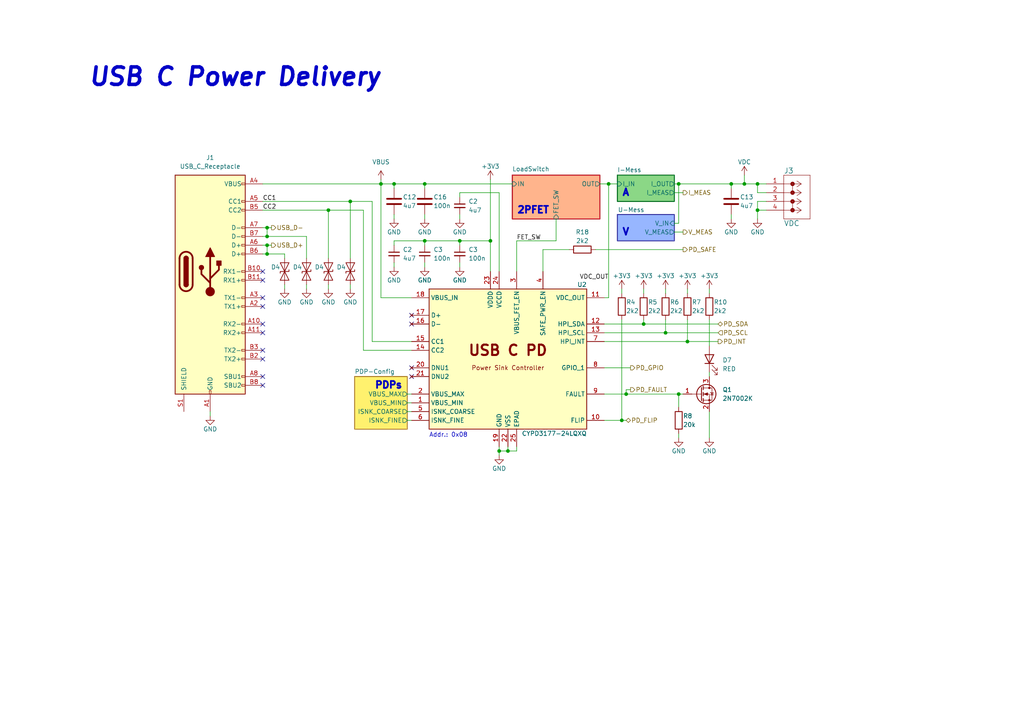
<source format=kicad_sch>
(kicad_sch (version 20230121) (generator eeschema)
  (paper "A4")
  (title_block (title "USBC-PowerSwitcher") (date "2023-08-26") (rev "R0") (company "s-grundner"))
  (lib_symbols
    (symbol "Connector:USB_C_Receptacle" (pin_names (offset 1.016))
      (property "Reference" "J" (at -10.16 29.21 0))
      (property "Value" "USB_C_Receptacle" (at 10.16 29.21 0))
      (symbol "USB_C_Receptacle_0_0"
        (rectangle (start -0.254 -35.56) (end 0.254 -34.544))
        (rectangle (start 10.16 -32.766) (end 9.144 -33.274))
        (rectangle (start 10.16 -30.226) (end 9.144 -30.734))
        (rectangle (start 10.16 -25.146) (end 9.144 -25.654))
        (rectangle (start 10.16 -22.606) (end 9.144 -23.114))
        (rectangle (start 10.16 -17.526) (end 9.144 -18.034))
        (rectangle (start 10.16 -14.986) (end 9.144 -15.494))
        (rectangle (start 10.16 -9.906) (end 9.144 -10.414))
        (rectangle (start 10.16 -7.366) (end 9.144 -7.874))
        (rectangle (start 10.16 -2.286) (end 9.144 -2.794))
        (rectangle (start 10.16 0.254) (end 9.144 -0.254))
        (rectangle (start 10.16 5.334) (end 9.144 4.826))
        (rectangle (start 10.16 7.874) (end 9.144 7.366))
        (rectangle (start 10.16 10.414) (end 9.144 9.906))
        (rectangle (start 10.16 12.954) (end 9.144 12.446))
        (rectangle (start 10.16 18.034) (end 9.144 17.526))
        (rectangle (start 10.16 20.574) (end 9.144 20.066))
        (rectangle (start 10.16 25.654) (end 9.144 25.146))
      )
      (symbol "USB_C_Receptacle_0_1"
        (rectangle (start -10.16 27.94) (end 10.16 -35.56) (stroke (width 0.254)) (fill (type background)))
        (arc (start -8.89 -3.81) (mid -6.985 -5.7067) (end -5.08 -3.81) (stroke (width 0.508)))
        (arc (start -7.62 -3.81) (mid -6.985 -4.4423) (end -6.35 -3.81) (stroke (width 0.254)))
        (arc (start -7.62 -3.81) (mid -6.985 -4.4423) (end -6.35 -3.81) (stroke (width 0.254)) (fill (type outline)))
        (rectangle (start -7.62 -3.81) (end -6.35 3.81) (stroke (width 0.254)) (fill (type outline)))
        (arc (start -6.35 3.81) (mid -6.985 4.4423) (end -7.62 3.81) (stroke (width 0.254)))
        (arc (start -6.35 3.81) (mid -6.985 4.4423) (end -7.62 3.81) (stroke (width 0.254)) (fill (type outline)))
        (arc (start -5.08 3.81) (mid -6.985 5.7067) (end -8.89 3.81) (stroke (width 0.508)))
        (polyline (pts (xy -8.89 -3.81) (xy -8.89 3.81)) (stroke (width 0.508)))
        (polyline (pts (xy -5.08 3.81) (xy -5.08 -3.81)) (stroke (width 0.508)))
      )
      (symbol "USB_C_Receptacle_1_1"
        (circle (center -2.54 1.143) (radius 0.635) (stroke (width 0.254)) (fill (type outline)))
        (circle (center 0 -5.842) (radius 1.27) (fill (type outline)))
        (polyline (pts (xy 0 -5.842) (xy 0 4.318)) (stroke (width 0.508)))
        (polyline (pts (xy 0 -3.302) (xy -2.54 -0.762) (xy -2.54 0.508)) (stroke (width 0.508)))
        (polyline (pts (xy 0 -2.032) (xy 2.54 0.508) (xy 2.54 1.778)) (stroke (width 0.508)))
        (polyline (pts (xy -1.27 4.318) (xy 0 6.858) (xy 1.27 4.318) (xy -1.27 4.318)) (stroke (width 0.254)) (fill (type outline)))
        (rectangle (start 1.905 1.778) (end 3.175 3.048) (stroke (width 0.254)) (fill (type outline)))
        (pin passive line (at 0 -40.64 90) (length 5.08) (name "GND") (number "A1"))
        (pin bidirectional line (at 15.24 -15.24 180) (length 5.08) (name "RX2-") (number "A10"))
        (pin bidirectional line (at 15.24 -17.78 180) (length 5.08) (name "RX2+") (number "A11"))
        (pin passive line (at 0 -40.64 90) (length 5.08) hide (name "GND") (number "A12"))
        (pin bidirectional line (at 15.24 -10.16 180) (length 5.08) (name "TX1+") (number "A2"))
        (pin bidirectional line (at 15.24 -7.62 180) (length 5.08) (name "TX1-") (number "A3"))
        (pin passive line (at 15.24 25.4 180) (length 5.08) (name "VBUS") (number "A4"))
        (pin bidirectional line (at 15.24 20.32 180) (length 5.08) (name "CC1") (number "A5"))
        (pin bidirectional line (at 15.24 7.62 180) (length 5.08) (name "D+") (number "A6"))
        (pin bidirectional line (at 15.24 12.7 180) (length 5.08) (name "D-") (number "A7"))
        (pin bidirectional line (at 15.24 -30.48 180) (length 5.08) (name "SBU1") (number "A8"))
        (pin passive line (at 15.24 25.4 180) (length 5.08) hide (name "VBUS") (number "A9"))
        (pin passive line (at 0 -40.64 90) (length 5.08) hide (name "GND") (number "B1"))
        (pin bidirectional line (at 15.24 0 180) (length 5.08) (name "RX1-") (number "B10"))
        (pin bidirectional line (at 15.24 -2.54 180) (length 5.08) (name "RX1+") (number "B11"))
        (pin passive line (at 0 -40.64 90) (length 5.08) hide (name "GND") (number "B12"))
        (pin bidirectional line (at 15.24 -25.4 180) (length 5.08) (name "TX2+") (number "B2"))
        (pin bidirectional line (at 15.24 -22.86 180) (length 5.08) (name "TX2-") (number "B3"))
        (pin passive line (at 15.24 25.4 180) (length 5.08) hide (name "VBUS") (number "B4"))
        (pin bidirectional line (at 15.24 17.78 180) (length 5.08) (name "CC2") (number "B5"))
        (pin bidirectional line (at 15.24 5.08 180) (length 5.08) (name "D+") (number "B6"))
        (pin bidirectional line (at 15.24 10.16 180) (length 5.08) (name "D-") (number "B7"))
        (pin bidirectional line (at 15.24 -33.02 180) (length 5.08) (name "SBU2") (number "B8"))
        (pin passive line (at 15.24 25.4 180) (length 5.08) hide (name "VBUS") (number "B9"))
        (pin passive line (at -7.62 -40.64 90) (length 5.08) (name "SHIELD") (number "S1"))
      )
    )
    (symbol "Device:C" (pin_numbers hide) (pin_names (offset 0.254))
      (property "Reference" "C" (at 0.635 2.54 0))
      (property "Value" "C" (at 0.635 -2.54 0))
      (symbol "C_0_1"
        (polyline (pts (xy -2.032 -0.762) (xy 2.032 -0.762)) (stroke (width 0.508)))
        (polyline (pts (xy -2.032 0.762) (xy 2.032 0.762)) (stroke (width 0.508)))
      )
      (symbol "C_1_1"
        (pin passive line (at 0 3.81 270) (length 2.794) (name "~") (number "1"))
        (pin passive line (at 0 -3.81 90) (length 2.794) (name "~") (number "2"))
      )
    )
    (symbol "Device:C_Small" (pin_numbers hide) (pin_names (offset 0.254) hide)
      (property "Reference" "C" (at 0.254 1.778 0))
      (property "Value" "C_Small" (at 0.254 -2.032 0))
      (symbol "C_Small_0_1"
        (polyline (pts (xy -1.524 -0.508) (xy 1.524 -0.508)) (stroke (width 0.3302)))
        (polyline (pts (xy -1.524 0.508) (xy 1.524 0.508)) (stroke (width 0.3048)))
      )
      (symbol "C_Small_1_1"
        (pin passive line (at 0 2.54 270) (length 2.032) (name "~") (number "1"))
        (pin passive line (at 0 -2.54 90) (length 2.032) (name "~") (number "2"))
      )
    )
    (symbol "Device:LED" (pin_numbers hide) (pin_names (offset 1.016) hide)
      (property "Reference" "D" (at 0 2.54 0))
      (property "Value" "LED" (at 0 -2.54 0))
      (symbol "LED_0_1"
        (polyline (pts (xy -1.27 -1.27) (xy -1.27 1.27)) (stroke (width 0.254)))
        (polyline (pts (xy -1.27 0) (xy 1.27 0)))
        (polyline (pts (xy 1.27 -1.27) (xy 1.27 1.27) (xy -1.27 0) (xy 1.27 -1.27)) (stroke (width 0.254)))
        (polyline (pts (xy -3.048 -0.762) (xy -4.572 -2.286) (xy -3.81 -2.286) (xy -4.572 -2.286) (xy -4.572 -1.524)))
        (polyline (pts (xy -1.778 -0.762) (xy -3.302 -2.286) (xy -2.54 -2.286) (xy -3.302 -2.286) (xy -3.302 -1.524)))
      )
      (symbol "LED_1_1"
        (pin passive line (at -3.81 0 0) (length 2.54) (name "K") (number "1"))
        (pin passive line (at 3.81 0 180) (length 2.54) (name "A") (number "2"))
      )
    )
    (symbol "Device:R" (pin_numbers hide) (pin_names (offset 0))
      (property "Reference" "R" (at 2.032 0 90))
      (property "Value" "R" (at 0 0 90))
      (symbol "R_0_1"
        (rectangle (start -1.016 -2.54) (end 1.016 2.54) (stroke (width 0.254)))
      )
      (symbol "R_1_1"
        (pin passive line (at 0 3.81 270) (length 1.27) (name "~") (number "1"))
        (pin passive line (at 0 -3.81 90) (length 1.27) (name "~") (number "2"))
      )
    )
    (symbol "Diode:ESD9B3.3ST5G" (pin_numbers hide) (pin_names (offset 1.016) hide)
      (property "Reference" "D" (at 0 2.54 0))
      (property "Value" "ESD9B3.3ST5G" (at 0 -2.54 0))
      (symbol "ESD9B3.3ST5G_0_1"
        (polyline (pts (xy 1.27 0) (xy -1.27 0)))
        (polyline (pts (xy -2.54 -1.27) (xy 0 0) (xy -2.54 1.27) (xy -2.54 -1.27)) (stroke (width 0.2032)))
        (polyline (pts (xy 0.508 1.27) (xy 0 1.27) (xy 0 -1.27) (xy -0.508 -1.27)) (stroke (width 0.2032)))
        (polyline (pts (xy 2.54 1.27) (xy 2.54 -1.27) (xy 0 0) (xy 2.54 1.27)) (stroke (width 0.2032)))
      )
      (symbol "ESD9B3.3ST5G_1_1"
        (pin passive line (at -3.81 0 0) (length 2.54) (name "A1") (number "1"))
        (pin passive line (at 3.81 0 180) (length 2.54) (name "A2") (number "2"))
      )
    )
    (symbol "Interface_USB:CYPD3177-24LQXQ"
      (property "Reference" "U" (at 45.72 2.54 0))
      (property "Value" "CYPD3177-24LQXQ" (at 45.72 -43.18 0))
      (symbol "CYPD3177-24LQXQ_1_1"
        (rectangle (start 0 0) (end 45.72 -40.64) (stroke (width 0.254)) (fill (type background)))
        (text "Power Sink Controller" (at 22.86 -22.86 0) (effects (font (size 1.27 1.27))))
        (text "USB C PD" (at 22.86 -17.78 0) (effects (font (size 3 3) bold)))
        (pin input line (at -5.08 -33.02 0) (length 5.08) (name "VBUS_MIN") (number "1"))
        (pin output line (at 50.8 -38.1 180) (length 5.08) (name "FLIP") (number "10"))
        (pin output line (at 50.8 -2.54 180) (length 5.08) (name "VDC_OUT") (number "11"))
        (pin bidirectional line (at 50.8 -10.16 180) (length 5.08) (name "HPI_SDA") (number "12"))
        (pin input line (at 50.8 -12.7 180) (length 5.08) (name "HPI_SCL") (number "13"))
        (pin input line (at -5.08 -17.78 0) (length 5.08) (name "CC2") (number "14"))
        (pin input line (at -5.08 -15.24 0) (length 5.08) (name "CC1") (number "15"))
        (pin no_connect line (at -5.08 -10.16 0) (length 5.08) (name "D-") (number "16"))
        (pin no_connect line (at -5.08 -7.62 0) (length 5.08) (name "D+") (number "17"))
        (pin input line (at -5.08 -2.54 0) (length 5.08) (name "VBUS_IN") (number "18"))
        (pin passive line (at 20.32 -45.72 90) (length 5.08) (name "GND") (number "19"))
        (pin input line (at -5.08 -30.48 0) (length 5.08) (name "VBUS_MAX") (number "2"))
        (pin no_connect line (at -5.08 -22.86 0) (length 5.08) (name "DNU1") (number "20"))
        (pin no_connect line (at -5.08 -25.4 0) (length 5.08) (name "DNU2") (number "21"))
        (pin passive line (at 22.86 -45.72 90) (length 5.08) (name "VSS") (number "22"))
        (pin power_in line (at 17.78 5.08 270) (length 5.08) (name "VDDD") (number "23"))
        (pin power_in line (at 20.32 5.08 270) (length 5.08) (name "VCCD") (number "24"))
        (pin passive line (at 25.4 -45.72 90) (length 5.08) (name "EPAD") (number "25"))
        (pin passive line (at 25.4 5.08 270) (length 5.08) (name "VBUS_FET_EN") (number "3"))
        (pin passive line (at 33.02 5.08 270) (length 5.08) (name "SAFE_PWR_EN") (number "4"))
        (pin input line (at -5.08 -35.56 0) (length 5.08) (name "ISNK_COARSE") (number "5"))
        (pin input line (at -5.08 -38.1 0) (length 5.08) (name "ISNK_FINE") (number "6"))
        (pin output line (at 50.8 -15.24 180) (length 5.08) (name "HPI_INT") (number "7"))
        (pin bidirectional line (at 50.8 -22.86 180) (length 5.08) (name "GPIO_1") (number "8"))
        (pin output line (at 50.8 -30.48 180) (length 5.08) (name "FAULT") (number "9"))
      )
    )
    (symbol "Transistor_FET:2N7002K" (pin_names hide)
      (property "Reference" "Q" (at 5.08 1.905 0))
      (property "Value" "2N7002K" (at 5.08 0 0))
      (symbol "2N7002K_0_1"
        (polyline (pts (xy 0.254 0) (xy -2.54 0)))
        (polyline (pts (xy 0.254 1.905) (xy 0.254 -1.905)) (stroke (width 0.254)))
        (polyline (pts (xy 0.762 -1.27) (xy 0.762 -2.286)) (stroke (width 0.254)))
        (polyline (pts (xy 0.762 0.508) (xy 0.762 -0.508)) (stroke (width 0.254)))
        (polyline (pts (xy 0.762 2.286) (xy 0.762 1.27)) (stroke (width 0.254)))
        (polyline (pts (xy 2.54 2.54) (xy 2.54 1.778)))
        (polyline (pts (xy 2.54 -2.54) (xy 2.54 0) (xy 0.762 0)))
        (polyline (pts (xy 0.762 -1.778) (xy 3.302 -1.778) (xy 3.302 1.778) (xy 0.762 1.778)))
        (polyline (pts (xy 1.016 0) (xy 2.032 0.381) (xy 2.032 -0.381) (xy 1.016 0)) (fill (type outline)))
        (polyline (pts (xy 2.794 0.508) (xy 2.921 0.381) (xy 3.683 0.381) (xy 3.81 0.254)))
        (polyline (pts (xy 3.302 0.381) (xy 2.921 -0.254) (xy 3.683 -0.254) (xy 3.302 0.381)))
        (circle (center 1.651 0) (radius 2.794) (stroke (width 0.254)))
        (circle (center 2.54 -1.778) (radius 0.254) (fill (type outline)))
        (circle (center 2.54 1.778) (radius 0.254) (fill (type outline)))
      )
      (symbol "2N7002K_1_1"
        (pin input line (at -5.08 0 0) (length 2.54) (name "G") (number "1"))
        (pin passive line (at 2.54 -5.08 90) (length 2.54) (name "S") (number "2"))
        (pin passive line (at 2.54 5.08 270) (length 2.54) (name "D") (number "3"))
      )
    )
    (symbol "WAGO-2604-1102:2604-1102" (pin_names (offset 0.254))
      (property "Reference" "J" (at 8.89 3.81 0))
      (property "Value" "2604-1102" (at 8.89 -11.43 0))
      (symbol "2604-1102_0_1"
        (polyline (pts (xy 5.08 -10.16) (xy 12.7 -10.16)) (stroke (width 0.127)))
        (polyline (pts (xy 5.08 2.54) (xy 5.08 -10.16)) (stroke (width 0.127)))
        (polyline (pts (xy 7.62 -5.08) (xy 7.62 -7.62)) (stroke (width 0.127)))
        (polyline (pts (xy 7.62 0) (xy 7.62 -2.54)) (stroke (width 0.127)))
        (polyline (pts (xy 10.16 -7.62) (xy 5.08 -7.62)) (stroke (width 0.127)))
        (polyline (pts (xy 10.16 -7.62) (xy 8.89 -8.4667)) (stroke (width 0.127)))
        (polyline (pts (xy 10.16 -7.62) (xy 8.89 -6.7733)) (stroke (width 0.127)))
        (polyline (pts (xy 10.16 -5.08) (xy 5.08 -5.08)) (stroke (width 0.127)))
        (polyline (pts (xy 10.16 -5.08) (xy 8.89 -5.9267)) (stroke (width 0.127)))
        (polyline (pts (xy 10.16 -5.08) (xy 8.89 -4.2333)) (stroke (width 0.127)))
        (polyline (pts (xy 10.16 -2.54) (xy 5.08 -2.54)) (stroke (width 0.127)))
        (polyline (pts (xy 10.16 -2.54) (xy 8.89 -3.3867)) (stroke (width 0.127)))
        (polyline (pts (xy 10.16 -2.54) (xy 8.89 -1.6933)) (stroke (width 0.127)))
        (polyline (pts (xy 10.16 0) (xy 5.08 0)) (stroke (width 0.127)))
        (polyline (pts (xy 10.16 0) (xy 8.89 -0.8467)) (stroke (width 0.127)))
        (polyline (pts (xy 10.16 0) (xy 8.89 0.8467)) (stroke (width 0.127)))
        (polyline (pts (xy 12.7 -10.16) (xy 12.7 2.54)) (stroke (width 0.127)))
        (polyline (pts (xy 12.7 2.54) (xy 5.08 2.54)) (stroke (width 0.127)))
        (circle (center 7.62 -7.62) (radius 0.127) (stroke (width 0.508)))
        (circle (center 7.62 -5.08) (radius 0.127) (stroke (width 0.508)))
        (circle (center 7.62 -2.54) (radius 0.127) (stroke (width 0.508)))
        (circle (center 7.62 0) (radius 0.127) (stroke (width 0.508)))
      )
      (symbol "2604-1102_1_1"
        (pin passive line (at 0 0 0) (length 5.08) (name "") (number "1"))
        (pin passive line (at 0 -2.54 0) (length 5.08) (name "") (number "2"))
        (pin passive line (at 0 -5.08 0) (length 5.08) (name "") (number "3"))
        (pin passive line (at 0 -7.62 0) (length 5.08) (name "") (number "4"))
      )
    )
    (symbol "power:+3V3" (power) (pin_names (offset 0))
      (property "Value" "+3V3" (at 0 3.556 0))
      (symbol "+3V3_0_1"
        (polyline (pts (xy -0.762 1.27) (xy 0 2.54)))
        (polyline (pts (xy 0 0) (xy 0 2.54)))
        (polyline (pts (xy 0 2.54) (xy 0.762 1.27)))
      )
      (symbol "+3V3_1_1"
        (pin power_in line (at 0 0 90) (length 0) hide (name "+3V3") (number "1"))
      )
    )
    (symbol "power:GND" (power) (pin_names (offset 0))
      (property "Value" "GND" (at 0 -3.81 0))
      (symbol "GND_0_1"
        (polyline (pts (xy 0 0) (xy 0 -1.27) (xy 1.27 -1.27) (xy 0 -2.54) (xy -1.27 -1.27) (xy 0 -1.27)))
      )
      (symbol "GND_1_1"
        (pin power_in line (at 0 0 270) (length 0) hide (name "GND") (number "1"))
      )
    )
    (symbol "power:VBUS" (power) (pin_names (offset 0))
      (property "Value" "VBUS" (at 0 3.81 0))
      (symbol "VBUS_0_1"
        (polyline (pts (xy -0.762 1.27) (xy 0 2.54)))
        (polyline (pts (xy 0 0) (xy 0 2.54)))
        (polyline (pts (xy 0 2.54) (xy 0.762 1.27)))
      )
      (symbol "VBUS_1_1"
        (pin power_in line (at 0 0 90) (length 0) hide (name "VBUS") (number "1"))
      )
    )
    (symbol "power:VDC" (power) (pin_names (offset 0))
      (property "Value" "VDC" (at 0 6.35 0))
      (symbol "VDC_0_1"
        (polyline (pts (xy -0.762 1.27) (xy 0 2.54)))
        (polyline (pts (xy 0 0) (xy 0 2.54)))
        (polyline (pts (xy 0 2.54) (xy 0.762 1.27)))
      )
      (symbol "VDC_1_1"
        (pin power_in line (at 0 0 90) (length 0) hide (name "VDC") (number "1"))
      )
    )
  )
  (junction (at 142.24 69.85))
  (junction (at 77.47 66.04))
  (junction (at 219.71 60.96))
  (junction (at 176.53 53.34))
  (junction (at 123.19 69.85))
  (junction (at 215.9 53.34))
  (junction (at 95.25 60.96))
  (junction (at 180.34 121.92))
  (junction (at 193.04 96.52))
  (junction (at 181.61 114.3))
  (junction (at 212.09 53.34))
  (junction (at 196.85 53.34))
  (junction (at 77.47 73.66))
  (junction (at 199.39 99.06))
  (junction (at 147.32 130.81))
  (junction (at 114.3 53.34))
  (junction (at 77.47 68.58))
  (junction (at 110.49 53.34))
  (junction (at 219.71 53.34))
  (junction (at 123.19 53.34))
  (junction (at 186.69 93.98))
  (junction (at 196.85 114.3))
  (junction (at 133.35 69.85))
  (junction (at 144.78 130.81))
  (junction (at 77.47 71.12))
  (junction (at 101.6 58.42))
  (no_connect (at 76.2 88.9))
  (no_connect (at 76.2 81.28))
  (no_connect (at 76.2 104.14))
  (no_connect (at 119.38 93.98))
  (no_connect (at 76.2 109.22))
  (no_connect (at 119.38 106.68))
  (no_connect (at 76.2 96.52))
  (no_connect (at 119.38 91.44))
  (no_connect (at 119.38 109.22))
  (no_connect (at 76.2 101.6))
  (no_connect (at 76.2 93.98))
  (no_connect (at 76.2 86.36))
  (no_connect (at 76.2 78.74))
  (no_connect (at 76.2 111.76))
  (wire (pts (xy 133.35 76.2) (xy 133.35 77.47)))
  (wire (pts (xy 196.85 53.34) (xy 212.09 53.34)))
  (wire (pts (xy 101.6 82.55) (xy 101.6 83.82)))
  (wire (pts (xy 110.49 53.34) (xy 110.49 86.36)))
  (wire (pts (xy 165.1 72.39) (xy 157.48 72.39)))
  (wire (pts (xy 88.9 82.55) (xy 88.9 83.82)))
  (wire (pts (xy 133.35 69.85) (xy 123.19 69.85)))
  (wire (pts (xy 123.19 69.85) (xy 114.3 69.85)))
  (wire (pts (xy 173.99 53.34) (xy 176.53 53.34)))
  (wire (pts (xy 76.2 71.12) (xy 77.47 71.12)))
  (wire (pts (xy 133.35 69.85) (xy 142.24 69.85)))
  (wire (pts (xy 215.9 50.8) (xy 215.9 53.34)))
  (wire (pts (xy 175.26 106.68) (xy 182.88 106.68)))
  (wire (pts (xy 118.11 119.38) (xy 119.38 119.38)))
  (wire (pts (xy 142.24 78.74) (xy 142.24 69.85)))
  (wire (pts (xy 182.88 113.03) (xy 181.61 113.03)))
  (wire (pts (xy 193.04 83.82) (xy 193.04 85.09)))
  (wire (pts (xy 133.35 69.85) (xy 133.35 71.12)))
  (wire (pts (xy 186.69 93.98) (xy 208.28 93.98)))
  (wire (pts (xy 105.41 101.6) (xy 105.41 60.96)))
  (wire (pts (xy 181.61 114.3) (xy 196.85 114.3)))
  (wire (pts (xy 198.12 72.39) (xy 172.72 72.39)))
  (wire (pts (xy 175.26 114.3) (xy 181.61 114.3)))
  (wire (pts (xy 110.49 53.34) (xy 114.3 53.34)))
  (wire (pts (xy 118.11 114.3) (xy 119.38 114.3)))
  (wire (pts (xy 107.95 99.06) (xy 107.95 58.42)))
  (wire (pts (xy 82.55 73.66) (xy 82.55 74.93)))
  (wire (pts (xy 105.41 101.6) (xy 119.38 101.6)))
  (wire (pts (xy 123.19 53.34) (xy 148.59 53.34)))
  (wire (pts (xy 180.34 121.92) (xy 181.61 121.92)))
  (wire (pts (xy 222.25 55.88) (xy 219.71 55.88)))
  (wire (pts (xy 76.2 73.66) (xy 77.47 73.66)))
  (wire (pts (xy 133.35 57.15) (xy 133.35 55.88)))
  (wire (pts (xy 123.19 63.5) (xy 123.19 62.23)))
  (wire (pts (xy 118.11 116.84) (xy 119.38 116.84)))
  (wire (pts (xy 110.49 86.36) (xy 119.38 86.36)))
  (wire (pts (xy 76.2 68.58) (xy 77.47 68.58)))
  (wire (pts (xy 199.39 99.06) (xy 208.28 99.06)))
  (wire (pts (xy 212.09 53.34) (xy 215.9 53.34)))
  (wire (pts (xy 161.29 69.85) (xy 161.29 63.5)))
  (wire (pts (xy 212.09 62.23) (xy 212.09 63.5)))
  (wire (pts (xy 193.04 96.52) (xy 208.28 96.52)))
  (wire (pts (xy 205.74 100.33) (xy 205.74 92.71)))
  (wire (pts (xy 123.19 76.2) (xy 123.19 77.47)))
  (wire (pts (xy 219.71 55.88) (xy 219.71 53.34)))
  (wire (pts (xy 77.47 68.58) (xy 88.9 68.58)))
  (wire (pts (xy 175.26 96.52) (xy 193.04 96.52)))
  (wire (pts (xy 77.47 71.12) (xy 78.74 71.12)))
  (wire (pts (xy 205.74 127) (xy 205.74 119.38)))
  (wire (pts (xy 180.34 83.82) (xy 180.34 85.09)))
  (wire (pts (xy 205.74 83.82) (xy 205.74 85.09)))
  (wire (pts (xy 77.47 66.04) (xy 76.2 66.04)))
  (wire (pts (xy 144.78 55.88) (xy 144.78 78.74)))
  (wire (pts (xy 198.12 114.3) (xy 196.85 114.3)))
  (wire (pts (xy 175.26 86.36) (xy 176.53 86.36)))
  (wire (pts (xy 114.3 63.5) (xy 114.3 62.23)))
  (wire (pts (xy 157.48 72.39) (xy 157.48 78.74)))
  (wire (pts (xy 175.26 121.92) (xy 180.34 121.92)))
  (wire (pts (xy 193.04 96.52) (xy 193.04 92.71)))
  (wire (pts (xy 186.69 93.98) (xy 186.69 92.71)))
  (wire (pts (xy 195.58 64.77) (xy 196.85 64.77)))
  (wire (pts (xy 123.19 69.85) (xy 123.19 71.12)))
  (wire (pts (xy 186.69 83.82) (xy 186.69 85.09)))
  (wire (pts (xy 142.24 52.07) (xy 142.24 69.85)))
  (wire (pts (xy 180.34 121.92) (xy 180.34 92.71)))
  (wire (pts (xy 199.39 83.82) (xy 199.39 85.09)))
  (wire (pts (xy 105.41 60.96) (xy 95.25 60.96)))
  (wire (pts (xy 76.2 53.34) (xy 110.49 53.34)))
  (wire (pts (xy 181.61 113.03) (xy 181.61 114.3)))
  (wire (pts (xy 149.86 69.85) (xy 161.29 69.85)))
  (wire (pts (xy 176.53 53.34) (xy 176.53 86.36)))
  (wire (pts (xy 88.9 68.58) (xy 88.9 74.93)))
  (wire (pts (xy 77.47 66.04) (xy 78.74 66.04)))
  (wire (pts (xy 195.58 67.31) (xy 198.12 67.31)))
  (wire (pts (xy 219.71 60.96) (xy 222.25 60.96)))
  (wire (pts (xy 219.71 58.42) (xy 219.71 60.96)))
  (wire (pts (xy 101.6 58.42) (xy 101.6 74.93)))
  (wire (pts (xy 144.78 130.81) (xy 144.78 132.08)))
  (wire (pts (xy 123.19 54.61) (xy 123.19 53.34)))
  (wire (pts (xy 118.11 121.92) (xy 119.38 121.92)))
  (wire (pts (xy 133.35 55.88) (xy 144.78 55.88)))
  (wire (pts (xy 149.86 78.74) (xy 149.86 69.85)))
  (wire (pts (xy 215.9 53.34) (xy 219.71 53.34)))
  (wire (pts (xy 212.09 53.34) (xy 212.09 54.61)))
  (wire (pts (xy 77.47 71.12) (xy 77.47 73.66)))
  (wire (pts (xy 76.2 58.42) (xy 101.6 58.42)))
  (wire (pts (xy 205.74 107.95) (xy 205.74 109.22)))
  (wire (pts (xy 133.35 63.5) (xy 133.35 62.23)))
  (wire (pts (xy 147.32 129.54) (xy 147.32 130.81)))
  (wire (pts (xy 114.3 76.2) (xy 114.3 77.47)))
  (wire (pts (xy 77.47 73.66) (xy 82.55 73.66)))
  (wire (pts (xy 114.3 53.34) (xy 114.3 54.61)))
  (wire (pts (xy 196.85 114.3) (xy 196.85 118.11)))
  (wire (pts (xy 144.78 129.54) (xy 144.78 130.81)))
  (wire (pts (xy 175.26 93.98) (xy 186.69 93.98)))
  (wire (pts (xy 77.47 68.58) (xy 77.47 66.04)))
  (wire (pts (xy 195.58 55.88) (xy 198.12 55.88)))
  (wire (pts (xy 107.95 99.06) (xy 119.38 99.06)))
  (wire (pts (xy 110.49 52.07) (xy 110.49 53.34)))
  (wire (pts (xy 107.95 58.42) (xy 101.6 58.42)))
  (wire (pts (xy 144.78 130.81) (xy 147.32 130.81)))
  (wire (pts (xy 114.3 53.34) (xy 123.19 53.34)))
  (wire (pts (xy 95.25 60.96) (xy 76.2 60.96)))
  (wire (pts (xy 196.85 53.34) (xy 196.85 64.77)))
  (wire (pts (xy 199.39 99.06) (xy 199.39 92.71)))
  (wire (pts (xy 219.71 53.34) (xy 222.25 53.34)))
  (wire (pts (xy 175.26 99.06) (xy 199.39 99.06)))
  (wire (pts (xy 95.25 60.96) (xy 95.25 74.93)))
  (wire (pts (xy 147.32 130.81) (xy 149.86 130.81)))
  (wire (pts (xy 195.58 53.34) (xy 196.85 53.34)))
  (wire (pts (xy 82.55 82.55) (xy 82.55 83.82)))
  (wire (pts (xy 114.3 69.85) (xy 114.3 71.12)))
  (wire (pts (xy 60.96 120.65) (xy 60.96 119.38)))
  (wire (pts (xy 222.25 58.42) (xy 219.71 58.42)))
  (wire (pts (xy 149.86 129.54) (xy 149.86 130.81)))
  (wire (pts (xy 196.85 127) (xy 196.85 125.73)))
  (wire (pts (xy 176.53 53.34) (xy 179.07 53.34)))
  (wire (pts (xy 95.25 82.55) (xy 95.25 83.82)))
  (wire (pts (xy 219.71 60.96) (xy 219.71 63.5)))
  (text "2PFET" (at 149.86 62.23 0) (effects (font (size 2 2) (thickness 1) bold) (justify left bottom)))
  (text "Addr.: 0x08" (at 124.46 127 0) (effects (font (size 1.27 1.27)) (justify left bottom)))
  (text "PDPs" (at 116.84 113.03 0) (effects (font (size 2 2) (thickness 1) bold) (justify right bottom)))
  (text "V" (at 180.34 68.58 0) (effects (font (size 2 2) (thickness 1) bold) (justify left bottom)))
  (text "A" (at 180.34 57.15 0) (effects (font (size 2 2) (thickness 1) bold) (justify left bottom)))
  (text "USB C Power Delivery" (at 25.4 25.4 0) (effects (font (size 5.08 5.08) (thickness 1.016) bold italic) (justify left bottom)))
  (label "CC1" (at 76.2 58.42 0))
  (label "CC2" (at 76.2 60.96 0))
  (label "FET_SW" (at 149.86 69.85 0))
  (label "VDC_OUT" (at 176.53 81.28 180))
  (hierarchical_label "PD_SAFE" (shape output) (at 198.12 72.39 0))
  (hierarchical_label "PD_SDA" (shape bidirectional) (at 208.28 93.98 0))
  (hierarchical_label "USB_D+" (shape output) (at 78.74 71.12 0))
  (hierarchical_label "PD_GPIO" (shape output) (at 182.88 106.68 0))
  (hierarchical_label "PD_INT" (shape output) (at 208.28 99.06 0))
  (hierarchical_label "V_MEAS" (shape output) (at 198.12 67.31 0))
  (hierarchical_label "PD_FLIP" (shape tri_state) (at 181.61 121.92 0))
  (hierarchical_label "USB_D-" (shape output) (at 78.74 66.04 0))
  (hierarchical_label "I_MEAS" (shape output) (at 198.12 55.88 0))
  (hierarchical_label "PD_SCL" (shape input) (at 208.28 96.52 0))
  (hierarchical_label "PD_FAULT" (shape output) (at 182.88 113.03 0))
  (symbol (lib_id "power:GND") (at 82.55 83.82 0) (unit 1)
    (property "Reference" "#PWR047" (effects hide))
    (property "Value" "GND" (at 82.55 87.63 0))
  )
  (symbol (lib_id "power:+3V3") (at 199.39 83.82 0) (unit 1)
    (property "Reference" "#PWR030" (effects hide))
    (property "Value" "+3V3" (at 199.39 80.01 0))
  )
  (symbol (lib_id "Device:R") (at 168.91 72.39 90) (unit 1)
    (property "Reference" "R18" (at 168.91 67.31 90))
    (property "Value" "2k2" (at 168.91 69.85 90))
  )
  (symbol (lib_id "Device:C_Small") (at 123.19 73.66 0) (unit 1)
    (property "Reference" "C3" (at 125.73 72.3963 0) (effects (justify left)))
    (property "Value" "100n" (at 125.73 74.9363 0) (effects (justify left)))
    (instances (project "USBC-PowerSwitcher" (path "" (reference "C3") (unit 1)) (path "" (reference "C18") (unit 1))))
  )
  (symbol (lib_id "Device:R") (at 186.69 88.9 0) (unit 1)
    (property "Reference" "R5" (at 187.96 87.63 0) (effects (justify left)))
    (property "Value" "2k2" (at 187.96 90.17 0) (effects (justify left)))
  )
  (symbol (lib_id "power:GND") (at 196.85 127 0) (unit 1)
    (property "Reference" "#PWR021" (effects hide))
    (property "Value" "GND" (at 196.85 130.81 0))
  )
  (symbol (lib_id "Connector:USB_C_Receptacle") (at 60.96 78.74 0) (unit 1)
    (property "Reference" "J1" (at 60.96 45.72 0))
    (property "Value" "USB_C_Receptacle" (at 60.96 48.26 0))
    (property "Datasheet" "https://www.usb.org/sites/default/files/documents/usb_type-c.zip" (effects hide))
  )
  (symbol (lib_id "power:+3V3") (at 186.69 83.82 0) (unit 1)
    (property "Reference" "#PWR028" (effects hide))
    (property "Value" "+3V3" (at 186.69 80.01 0))
  )
  (symbol (lib_id "Device:C") (at 114.3 58.42 0) (unit 1)
    (property "Reference" "C12" (at 116.84 57.15 0) (effects (justify left)))
    (property "Value" "4u7" (at 116.84 59.69 0) (effects (justify left)))
  )
  (symbol (lib_id "Diode:ESD9B3.3ST5G") (at 101.6 78.74 270) (mirror x) (unit 1)
    (property "Reference" "D4" (at 100.33 77.47 90) (effects (justify right)))
    (property "Value" "ESD9B3.3ST5G" (effects hide))
    (property "Footprint" "Diode_SMD:D_SOD-923" (effects hide))
    (property "Datasheet" "https://www.onsemi.com/pub/Collateral/ESD9B-D.PDF" (effects hide))
    (instances (project "USBC-PowerSwitcher" (path "" (reference "D4") (unit 1)) (path "" (reference "D12") (unit 1))))
  )
  (symbol (lib_id "power:GND") (at 114.3 63.5 0) (mirror y) (unit 1)
    (property "Reference" "#PWR036" (effects hide))
    (property "Value" "GND" (at 114.3 67.31 0))
  )
  (symbol (lib_id "Transistor_FET:2N7002K") (at 203.2 114.3 0) (unit 1)
    (property "Reference" "Q1" (at 209.55 113.03 0) (effects (justify left)))
    (property "Value" "2N7002K" (at 209.55 115.57 0) (effects (justify left)))
    (property "Footprint" "Package_TO_SOT_SMD:SOT-23" (effects hide))
    (property "Datasheet" "https://www.diodes.com/assets/Datasheets/ds30896.pdf" (effects hide))
  )
  (symbol (lib_id "power:GND") (at 205.74 127 0) (unit 1)
    (property "Reference" "#PWR022" (effects hide))
    (property "Value" "GND" (at 205.74 130.81 0))
  )
  (symbol (lib_id "power:GND") (at 123.19 63.5 0) (mirror y) (unit 1)
    (property "Reference" "#PWR032" (effects hide))
    (property "Value" "GND" (at 123.19 67.31 0))
  )
  (symbol (lib_id "Device:R") (at 180.34 88.9 0) (unit 1)
    (property "Reference" "R4" (at 181.61 87.63 0) (effects (justify left)))
    (property "Value" "2k2" (at 181.61 90.17 0) (effects (justify left)))
  )
  (symbol (lib_id "power:GND") (at 123.19 77.47 0) (unit 1)
    (property "Reference" "#PWR037" (effects hide))
    (property "Value" "GND" (at 123.19 81.28 0))
  )
  (symbol (lib_id "power:+3V3") (at 205.74 83.82 0) (unit 1)
    (property "Reference" "#PWR031" (effects hide))
    (property "Value" "+3V3" (at 205.74 80.01 0))
  )
  (symbol (lib_id "Device:R") (at 193.04 88.9 0) (unit 1)
    (property "Reference" "R6" (at 194.31 87.63 0) (effects (justify left)))
    (property "Value" "2k2" (at 194.31 90.17 0) (effects (justify left)))
  )
  (symbol (lib_id "Diode:ESD9B3.3ST5G") (at 82.55 78.74 270) (mirror x) (unit 1)
    (property "Reference" "D4" (at 81.28 77.47 90) (effects (justify right)))
    (property "Value" "ESD9B3.3ST5G" (effects hide))
    (property "Footprint" "Diode_SMD:D_SOD-923" (effects hide))
    (property "Datasheet" "https://www.onsemi.com/pub/Collateral/ESD9B-D.PDF" (effects hide))
    (instances (project "USBC-PowerSwitcher" (path "" (reference "D4") (unit 1)) (path "" (reference "D10") (unit 1))))
  )
  (symbol (lib_id "WAGO-2604-1102:2604-1102") (at 222.25 53.34 0) (unit 1)
    (property "Reference" "J3" (at 227.33 49.53 0) (effects (font (size 1.524 1.524)) (justify left)))
    (property "Value" "VDC" (at 227.33 64.77 0) (effects (font (size 1.524 1.524)) (justify left)))
    (property "Footprint" "TerminalBlock_WAGO:TerminalBlock_WAGO_2604-1102" (effects hide))
    (property "Datasheet" "2604-1102" (effects hide))
  )
  (symbol (lib_id "power:GND") (at 101.6 83.82 0) (unit 1)
    (property "Reference" "#PWR049" (effects hide))
    (property "Value" "GND" (at 101.6 87.63 0))
  )
  (symbol (lib_id "power:GND") (at 88.9 83.82 0) (unit 1)
    (property "Reference" "#PWR046" (effects hide))
    (property "Value" "GND" (at 88.9 87.63 0))
  )
  (symbol (lib_id "power:+3V3") (at 193.04 83.82 0) (unit 1)
    (property "Reference" "#PWR029" (effects hide))
    (property "Value" "+3V3" (at 193.04 80.01 0))
  )
  (symbol (lib_id "Device:R") (at 205.74 88.9 0) (unit 1)
    (property "Reference" "R10" (at 207.01 87.63 0) (effects (justify left)))
    (property "Value" "2k2" (at 207.01 90.17 0) (effects (justify left)))
  )
  (symbol (lib_id "Interface_USB:CYPD3177-24LQXQ") (at 124.46 83.82 0) (unit 1)
    (property "Reference" "U2" (at 170.18 82.55 0) (effects (justify right)))
    (property "Value" "CYPD3177-24LQXQ" (at 170.18 125.73 0) (effects (justify right)))
    (property "Footprint" "SamacSys_Parts:QFN50P400X400X60-25N-D" (effects hide))
    (property "Datasheet" "https://www.mouser.de/datasheet/2/196/Infineon_EZ_PD_BCR_Datasheet_USB_Type_C_Port_Contr-3161917.pdf" (effects hide))
  )
  (symbol (lib_id "power:VBUS") (at 110.49 52.07 0) (mirror y) (unit 1)
    (property "Reference" "#PWR042" (effects hide))
    (property "Value" "VBUS" (at 110.49 46.99 0))
  )
  (symbol (lib_id "Device:LED") (at 205.74 104.14 90) (unit 1)
    (property "Reference" "D7" (at 209.55 104.4575 90) (effects (justify right)))
    (property "Value" "RED" (at 209.55 106.9975 90) (effects (justify right)))
  )
  (symbol (lib_id "Device:C") (at 123.19 58.42 0) (unit 1)
    (property "Reference" "C16" (at 125.73 57.15 0) (effects (justify left)))
    (property "Value" "100n" (at 125.73 59.69 0) (effects (justify left)))
  )
  (symbol (lib_id "power:GND") (at 114.3 77.47 0) (unit 1)
    (property "Reference" "#PWR033" (effects hide))
    (property "Value" "GND" (at 114.3 81.28 0))
  )
  (symbol (lib_id "Diode:ESD9B3.3ST5G") (at 88.9 78.74 270) (mirror x) (unit 1)
    (property "Reference" "D4" (at 87.63 77.47 90) (effects (justify right)))
    (property "Value" "ESD9B3.3ST5G" (effects hide))
    (property "Footprint" "Diode_SMD:D_SOD-923" (effects hide))
    (property "Datasheet" "https://www.onsemi.com/pub/Collateral/ESD9B-D.PDF" (effects hide))
    (instances (project "USBC-PowerSwitcher" (path "" (reference "D4") (unit 1)) (path "" (reference "D9") (unit 1))))
  )
  (symbol (lib_id "power:VDC") (at 215.9 50.8 0) (unit 1)
    (property "Reference" "#PWR043" (effects hide))
    (property "Value" "VDC" (at 215.9 46.99 0))
  )
  (symbol (lib_id "power:GND") (at 95.25 83.82 0) (unit 1)
    (property "Reference" "#PWR048" (effects hide))
    (property "Value" "GND" (at 95.25 87.63 0))
  )
  (symbol (lib_id "power:GND") (at 133.35 63.5 0) (unit 1)
    (property "Reference" "#PWR035" (effects hide))
    (property "Value" "GND" (at 133.35 67.31 0))
  )
  (symbol (lib_id "Device:R") (at 196.85 121.92 0) (unit 1)
    (property "Reference" "R8" (at 198.12 120.65 0) (effects (justify left)))
    (property "Value" "20k" (at 198.12 123.19 0) (effects (justify left)))
  )
  (symbol (lib_id "power:GND") (at 144.78 132.08 0) (unit 1)
    (property "Reference" "#PWR020" (effects hide))
    (property "Value" "GND" (at 144.78 135.89 0))
  )
  (symbol (lib_id "power:+3V3") (at 142.24 52.07 0) (mirror y) (unit 1)
    (property "Reference" "#PWR045" (effects hide))
    (property "Value" "+3V3" (at 142.24 48.26 0))
  )
  (symbol (lib_id "Device:C_Small") (at 114.3 73.66 0) (unit 1)
    (property "Reference" "C2" (at 116.84 72.3963 0) (effects (justify left)))
    (property "Value" "4u7" (at 116.84 74.9363 0) (effects (justify left)))
    (instances (project "USBC-PowerSwitcher" (path "" (reference "C2") (unit 1)) (path "" (reference "C17") (unit 1))))
  )
  (symbol (lib_id "Device:R") (at 199.39 88.9 0) (unit 1)
    (property "Reference" "R7" (at 200.66 87.63 0) (effects (justify left)))
    (property "Value" "2k2" (at 200.66 90.17 0) (effects (justify left)))
  )
  (symbol (lib_id "power:GND") (at 212.09 63.5 0) (unit 1)
    (property "Reference" "#PWR023" (effects hide))
    (property "Value" "GND" (at 212.09 67.31 0))
  )
  (symbol (lib_id "power:GND") (at 133.35 77.47 0) (unit 1)
    (property "Reference" "#PWR038" (effects hide))
    (property "Value" "GND" (at 133.35 81.28 0))
  )
  (symbol (lib_id "power:+3V3") (at 180.34 83.82 0) (unit 1)
    (property "Reference" "#PWR027" (effects hide))
    (property "Value" "+3V3" (at 180.34 80.01 0))
  )
  (symbol (lib_id "power:GND") (at 60.96 120.65 0) (unit 1)
    (property "Reference" "#PWR034" (effects hide))
    (property "Value" "GND" (at 60.96 124.46 0))
  )
  (symbol (lib_id "Diode:ESD9B3.3ST5G") (at 95.25 78.74 270) (mirror x) (unit 1)
    (property "Reference" "D4" (at 93.98 77.47 90) (effects (justify right)))
    (property "Value" "ESD9B3.3ST5G" (effects hide))
    (property "Footprint" "Diode_SMD:D_SOD-923" (effects hide))
    (property "Datasheet" "https://www.onsemi.com/pub/Collateral/ESD9B-D.PDF" (effects hide))
    (instances (project "USBC-PowerSwitcher" (path "" (reference "D4") (unit 1)) (path "" (reference "D11") (unit 1))))
  )
  (symbol (lib_id "Device:C_Small") (at 133.35 73.66 0) (unit 1)
    (property "Reference" "C3" (at 135.89 72.3963 0) (effects (justify left)))
    (property "Value" "100n" (at 135.89 74.9363 0) (effects (justify left)))
    (instances (project "USBC-PowerSwitcher" (path "" (reference "C3") (unit 1)) (path "" (reference "C19") (unit 1))))
  )
  (symbol (lib_id "power:GND") (at 219.71 63.5 0) (unit 1)
    (property "Reference" "#PWR024" (effects hide))
    (property "Value" "GND" (at 219.71 67.31 0))
  )
  (symbol (lib_id "Device:C_Small") (at 133.35 59.69 0) (unit 1)
    (property "Reference" "C2" (at 135.89 58.4263 0) (effects (justify left)))
    (property "Value" "4u7" (at 135.89 60.9663 0) (effects (justify left)))
    (instances (project "USBC-PowerSwitcher" (path "" (reference "C2") (unit 1)) (path "" (reference "C20") (unit 1))))
  )
  (symbol (lib_id "Device:C") (at 212.09 58.42 0) (unit 1)
    (property "Reference" "C13" (at 214.63 57.15 0) (effects (justify left)))
    (property "Value" "4u7" (at 214.63 59.69 0) (effects (justify left)))
  )
  (sheet (at 148.59 50.8) (size 25.4 12.7) (stroke (width 0.3) (color 177 0 22 1)) (fill (color 255 180 140 1.0000))
    (property "Sheetname" "LoadSwitch" (at 148.59 49.7646 0) (effects (justify left bottom)))
    (property "Sheetfile" "LoadSwitch.kicad_sch" (effects hide))
    (pin "IN" input (at 148.59 53.34 180))
    (pin "OUT" output (at 173.99 53.34 0))
    (pin "FET_SW" input (at 161.29 63.5 270))
  )
  (sheet (at 179.07 50.8) (size 16.51 7.62) (stroke (width 0.3) (color 0 108 30 1)) (fill (color 139 215 134 1.0000))
    (property "Sheetname" "I-Mess" (at 179.07 50.0146 0) (effects (justify left bottom)))
    (property "Sheetfile" "I_Mess.kicad_sch" (effects hide))
    (pin "I_MEAS" output (at 195.58 55.88 0))
    (pin "I_OUT" output (at 195.58 53.34 0))
    (pin "I_IN" input (at 179.07 53.34 180))
  )
  (sheet (at 179.07 62.23) (size 16.51 7.62) (stroke (width 0.3) (color 56 54 160 1)) (fill (color 151 182 255 1.0000))
    (property "Sheetname" "U-Mess" (at 179.2079 61.5954 0) (effects (justify left bottom)))
    (property "Sheetfile" "U_Mess.kicad_sch" (effects hide))
    (pin "V_IN" input (at 195.58 64.77 0))
    (pin "V_MEAS" output (at 195.58 67.31 0))
  )
  (sheet (at 102.87 109.22) (size 15.24 15.24) (stroke (width 0.3) (color 174 128 42 1)) (fill (color 255 241 110 1.0000))
    (property "Sheetname" "PDP-Config" (at 102.87 108.5084 0) (effects (justify left bottom)))
    (property "Sheetfile" "PDP_Config.kicad_sch" (effects hide))
    (pin "ISNK_COARSE" output (at 118.11 119.38 0))
    (pin "VBUS_MAX" output (at 118.11 114.3 0))
    (pin "ISNK_FINE" output (at 118.11 121.92 0))
    (pin "VBUS_MIN" output (at 118.11 116.84 0))
  )
)
</source>
